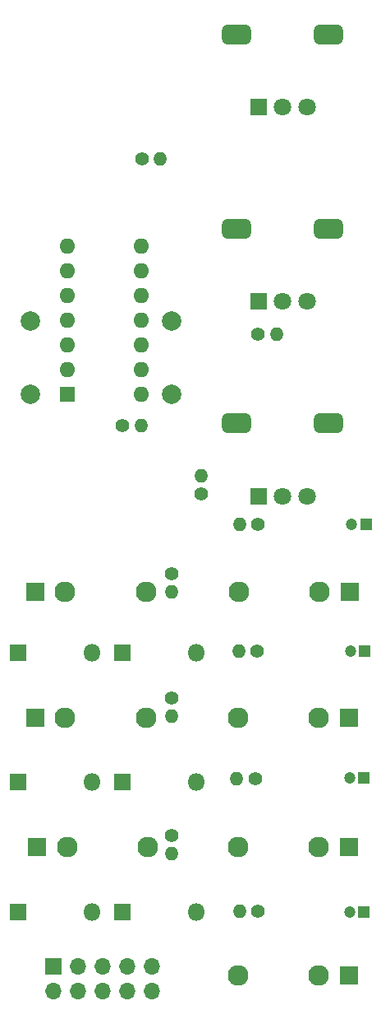
<source format=gbr>
%TF.GenerationSoftware,KiCad,Pcbnew,(6.0.4-0)*%
%TF.CreationDate,2022-12-21T08:50:29-08:00*%
%TF.ProjectId,contact,636f6e74-6163-4742-9e6b-696361645f70,rev?*%
%TF.SameCoordinates,Original*%
%TF.FileFunction,Soldermask,Bot*%
%TF.FilePolarity,Negative*%
%FSLAX46Y46*%
G04 Gerber Fmt 4.6, Leading zero omitted, Abs format (unit mm)*
G04 Created by KiCad (PCBNEW (6.0.4-0)) date 2022-12-21 08:50:29*
%MOMM*%
%LPD*%
G01*
G04 APERTURE LIST*
G04 Aperture macros list*
%AMRoundRect*
0 Rectangle with rounded corners*
0 $1 Rounding radius*
0 $2 $3 $4 $5 $6 $7 $8 $9 X,Y pos of 4 corners*
0 Add a 4 corners polygon primitive as box body*
4,1,4,$2,$3,$4,$5,$6,$7,$8,$9,$2,$3,0*
0 Add four circle primitives for the rounded corners*
1,1,$1+$1,$2,$3*
1,1,$1+$1,$4,$5*
1,1,$1+$1,$6,$7*
1,1,$1+$1,$8,$9*
0 Add four rect primitives between the rounded corners*
20,1,$1+$1,$2,$3,$4,$5,0*
20,1,$1+$1,$4,$5,$6,$7,0*
20,1,$1+$1,$6,$7,$8,$9,0*
20,1,$1+$1,$8,$9,$2,$3,0*%
G04 Aperture macros list end*
%ADD10R,1.800000X1.800000*%
%ADD11C,1.800000*%
%ADD12RoundRect,0.500000X1.000000X-0.500000X1.000000X0.500000X-1.000000X0.500000X-1.000000X-0.500000X0*%
%ADD13R,1.830000X1.930000*%
%ADD14C,2.130000*%
%ADD15C,2.000000*%
%ADD16O,1.800000X1.800000*%
%ADD17C,1.400000*%
%ADD18O,1.400000X1.400000*%
%ADD19R,1.600000X1.600000*%
%ADD20O,1.600000X1.600000*%
%ADD21R,1.200000X1.200000*%
%ADD22C,1.200000*%
%ADD23R,1.700000X1.700000*%
%ADD24O,1.700000X1.700000*%
G04 APERTURE END LIST*
D10*
%TO.C,R7*%
X174030000Y-51725000D03*
D11*
X176530000Y-51725000D03*
X179030000Y-51725000D03*
D12*
X181280000Y-44225000D03*
X171780000Y-44225000D03*
%TD*%
D13*
%TO.C,J1*%
X151020000Y-101600000D03*
D14*
X162420000Y-101600000D03*
X154120000Y-101600000D03*
%TD*%
%TO.C,J5*%
X180280000Y-114500000D03*
X171980000Y-114500000D03*
D13*
X183380000Y-114500000D03*
%TD*%
D10*
%TO.C,R8*%
X174030000Y-71725000D03*
D11*
X176530000Y-71725000D03*
X179030000Y-71725000D03*
D12*
X181280000Y-64225000D03*
X171780000Y-64225000D03*
%TD*%
D14*
%TO.C,J6*%
X180280000Y-127800000D03*
X171980000Y-127800000D03*
D13*
X183380000Y-127800000D03*
%TD*%
%TO.C,J4*%
X183440000Y-101600000D03*
D14*
X172040000Y-101600000D03*
X180340000Y-101600000D03*
%TD*%
%TO.C,J2*%
X154120000Y-114500000D03*
X162420000Y-114500000D03*
D13*
X151020000Y-114500000D03*
%TD*%
D10*
%TO.C,R9*%
X174030000Y-91725000D03*
D11*
X176530000Y-91725000D03*
X179030000Y-91725000D03*
D12*
X171780000Y-84225000D03*
X181280000Y-84225000D03*
%TD*%
D13*
%TO.C,J3*%
X151220000Y-127800000D03*
D14*
X162620000Y-127800000D03*
X154320000Y-127800000D03*
%TD*%
D13*
%TO.C,J8*%
X183380000Y-141000000D03*
D14*
X171980000Y-141000000D03*
X180280000Y-141000000D03*
%TD*%
D15*
%TO.C,C5*%
X165100000Y-73720000D03*
X165100000Y-81220000D03*
%TD*%
D10*
%TO.C,D1*%
X149225000Y-107800000D03*
D16*
X156845000Y-107800000D03*
%TD*%
D17*
%TO.C,R1*%
X165100000Y-99700000D03*
D18*
X165100000Y-101600000D03*
%TD*%
D17*
%TO.C,R10*%
X173985000Y-94615000D03*
D18*
X172085000Y-94615000D03*
%TD*%
D17*
%TO.C,R4*%
X162000000Y-57000000D03*
D18*
X163900000Y-57000000D03*
%TD*%
D19*
%TO.C,U1*%
X154305000Y-81280000D03*
D20*
X154305000Y-78740000D03*
X154305000Y-76200000D03*
X154305000Y-73660000D03*
X154305000Y-71120000D03*
X154305000Y-68580000D03*
X154305000Y-66040000D03*
X161925000Y-66040000D03*
X161925000Y-68580000D03*
X161925000Y-71120000D03*
X161925000Y-73660000D03*
X161925000Y-76200000D03*
X161925000Y-78740000D03*
X161925000Y-81280000D03*
%TD*%
D17*
%TO.C,R5*%
X173995000Y-75100000D03*
D18*
X175895000Y-75100000D03*
%TD*%
D17*
%TO.C,R11*%
X173905000Y-107700000D03*
D18*
X172005000Y-107700000D03*
%TD*%
D15*
%TO.C,C4*%
X150495000Y-73720000D03*
X150495000Y-81220000D03*
%TD*%
D10*
%TO.C,D5*%
X149225000Y-134500000D03*
D16*
X156845000Y-134500000D03*
%TD*%
D21*
%TO.C,C2*%
X185022600Y-107700000D03*
D22*
X183522600Y-107700000D03*
%TD*%
D17*
%TO.C,R17*%
X173985000Y-134400000D03*
D18*
X172085000Y-134400000D03*
%TD*%
D10*
%TO.C,D2*%
X160020000Y-107800000D03*
D16*
X167640000Y-107800000D03*
%TD*%
D10*
%TO.C,D6*%
X160020000Y-134500000D03*
D16*
X167640000Y-134500000D03*
%TD*%
D21*
%TO.C,C6*%
X184922600Y-134500000D03*
D22*
X183422600Y-134500000D03*
%TD*%
D17*
%TO.C,R6*%
X168100000Y-91505000D03*
D18*
X168100000Y-89605000D03*
%TD*%
D21*
%TO.C,C1*%
X185122600Y-94600000D03*
D22*
X183622600Y-94600000D03*
%TD*%
D21*
%TO.C,C3*%
X184922600Y-120700000D03*
D22*
X183422600Y-120700000D03*
%TD*%
D23*
%TO.C,J7*%
X152925000Y-140125000D03*
D24*
X152925000Y-142665000D03*
X155465000Y-140125000D03*
X155465000Y-142665000D03*
X158005000Y-140125000D03*
X158005000Y-142665000D03*
X160545000Y-140125000D03*
X160545000Y-142665000D03*
X163085000Y-140125000D03*
X163085000Y-142665000D03*
%TD*%
D17*
%TO.C,R16*%
X160025000Y-84455000D03*
D18*
X161925000Y-84455000D03*
%TD*%
D17*
%TO.C,R2*%
X165100000Y-112495000D03*
D18*
X165100000Y-114395000D03*
%TD*%
D17*
%TO.C,R12*%
X173705000Y-120800000D03*
D18*
X171805000Y-120800000D03*
%TD*%
D10*
%TO.C,D3*%
X149290000Y-121100000D03*
D16*
X156910000Y-121100000D03*
%TD*%
D10*
%TO.C,D4*%
X160020000Y-121100000D03*
D16*
X167640000Y-121100000D03*
%TD*%
D17*
%TO.C,R3*%
X165100000Y-126595000D03*
D18*
X165100000Y-128495000D03*
%TD*%
M02*

</source>
